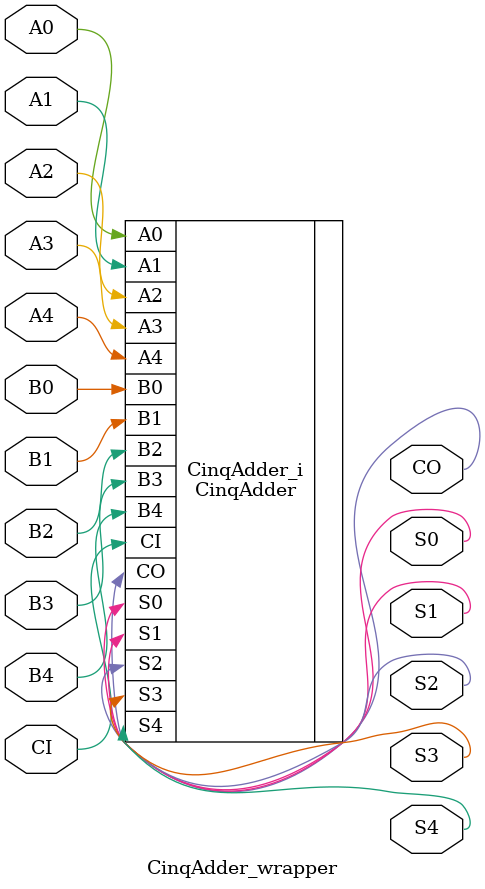
<source format=v>
`timescale 1 ps / 1 ps

module CinqAdder_wrapper
   (A0,
    A1,
    A2,
    A3,
    A4,
    B0,
    B1,
    B2,
    B3,
    B4,
    CI,
    CO,
    S0,
    S1,
    S2,
    S3,
    S4);
  input A0;
  input A1;
  input A2;
  input A3;
  input A4;
  input B0;
  input B1;
  input B2;
  input B3;
  input B4;
  input CI;
  output CO;
  output S0;
  output S1;
  output S2;
  output S3;
  output S4;

  wire A0;
  wire A1;
  wire A2;
  wire A3;
  wire A4;
  wire B0;
  wire B1;
  wire B2;
  wire B3;
  wire B4;
  wire CI;
  wire CO;
  wire S0;
  wire S1;
  wire S2;
  wire S3;
  wire S4;

  CinqAdder CinqAdder_i
       (.A0(A0),
        .A1(A1),
        .A2(A2),
        .A3(A3),
        .A4(A4),
        .B0(B0),
        .B1(B1),
        .B2(B2),
        .B3(B3),
        .B4(B4),
        .CI(CI),
        .CO(CO),
        .S0(S0),
        .S1(S1),
        .S2(S2),
        .S3(S3),
        .S4(S4));
endmodule

</source>
